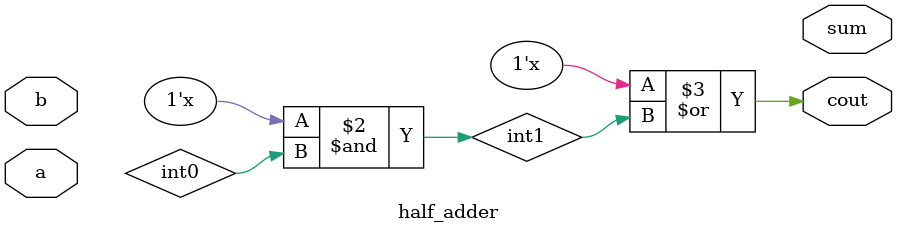
<source format=v>
module half_adder( 
input a, b,
output cout, sum );
wire int0, int1;

xor (sum0, aa, b);
and (int1, sum0[0], int0);
or (cout, sum1[0], int1);

endmodule

</source>
